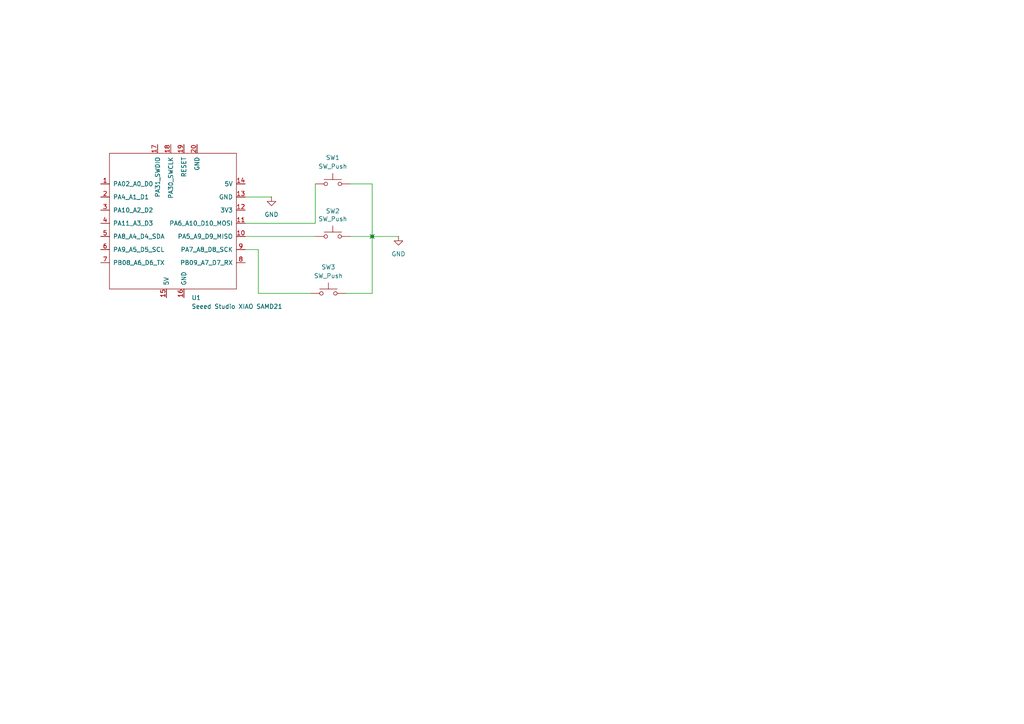
<source format=kicad_sch>
(kicad_sch (version 20231120) (generator "eeschema") (generator_version "8.0")
  (paper "A4")
  (title_block (title "HackPad") (date "2024-10-06") (rev "none") (company "Hack Club"))
  (lib_symbols
    (symbol "Seeed_Studio_XIAO_Series:Seeed Studio XIAO SAMD21" (pin_names (offset 1.016))
      (property "Reference" "U" (at -19.05 22.86 0))
      (property "Value" "Seeed Studio XIAO SAMD21" (at -12.7 21.59 0))
      (symbol "Seeed Studio XIAO SAMD21_0_1"
        (rectangle (start -19.05 20.32) (end 17.78 -19.05))
      )
      (symbol "Seeed Studio XIAO SAMD21_1_1"
        (pin unspecified line (at -21.59 11.43 0) (length 2.54) (name "PA02_A0_D0") (number "1"))
        (pin unspecified line (at 20.32 -3.81 180) (length 2.54) (name "PA5_A9_D9_MISO") (number "10"))
        (pin unspecified line (at 20.32 0 180) (length 2.54) (name "PA6_A10_D10_MOSI") (number "11"))
        (pin unspecified line (at 20.32 3.81 180) (length 2.54) (name "3V3") (number "12"))
        (pin unspecified line (at 20.32 7.62 180) (length 2.54) (name "GND") (number "13"))
        (pin unspecified line (at 20.32 11.43 180) (length 2.54) (name "5V") (number "14"))
        (pin input line (at -2.54 -21.59 90) (length 2.54) (name "5V") (number "15"))
        (pin input line (at 2.54 -21.59 90) (length 2.54) (name "GND") (number "16"))
        (pin input line (at -5.08 22.86 270) (length 2.54) (name "PA31_SWDIO") (number "17"))
        (pin input line (at -1.27 22.86 270) (length 2.54) (name "PA30_SWCLK") (number "18"))
        (pin input line (at 2.54 22.86 270) (length 2.54) (name "RESET") (number "19"))
        (pin unspecified line (at -21.59 7.62 0) (length 2.54) (name "PA4_A1_D1") (number "2"))
        (pin input line (at 6.35 22.86 270) (length 2.54) (name "GND") (number "20"))
        (pin unspecified line (at -21.59 3.81 0) (length 2.54) (name "PA10_A2_D2") (number "3"))
        (pin unspecified line (at -21.59 0 0) (length 2.54) (name "PA11_A3_D3") (number "4"))
        (pin unspecified line (at -21.59 -3.81 0) (length 2.54) (name "PA8_A4_D4_SDA") (number "5"))
        (pin unspecified line (at -21.59 -7.62 0) (length 2.54) (name "PA9_A5_D5_SCL") (number "6"))
        (pin unspecified line (at -21.59 -11.43 0) (length 2.54) (name "PB08_A6_D6_TX") (number "7"))
        (pin unspecified line (at 20.32 -11.43 180) (length 2.54) (name "PB09_A7_D7_RX") (number "8"))
        (pin unspecified line (at 20.32 -7.62 180) (length 2.54) (name "PA7_A8_D8_SCK") (number "9"))
      )
    )
    (symbol "Switch:SW_Push" (pin_numbers hide) (pin_names (offset 1.016) hide)
      (property "Reference" "SW" (at 1.27 2.54 0))
      (property "Value" "SW_Push" (at 0 -1.524 0))
      (symbol "SW_Push_0_1"
        (circle (center -2.032 0) (radius 0.508))
        (polyline (pts (xy 0 1.27) (xy 0 3.048)))
        (polyline (pts (xy 2.54 1.27) (xy -2.54 1.27)))
        (circle (center 2.032 0) (radius 0.508))
        (pin passive line (at -5.08 0 0) (length 2.54) (name "1") (number "1"))
        (pin passive line (at 5.08 0 180) (length 2.54) (name "2") (number "2"))
      )
    )
    (symbol "power:GND" (power) (pin_numbers hide) (pin_names (offset 0) hide)
      (property "Value" "GND" (at 0 -3.81 0))
      (symbol "GND_0_1"
        (polyline (pts (xy 0 0) (xy 0 -1.27) (xy 1.27 -1.27) (xy 0 -2.54) (xy -1.27 -1.27) (xy 0 -1.27)))
      )
      (symbol "GND_1_1"
        (pin power_in line (at 0 0 270) (length 0) (name "~") (number "1"))
      )
    )
  )
  (junction (at 107.95 68.58))
  (no_connect (at 107.95 68.58))
  (wire (pts (xy 107.95 53.34) (xy 101.6 53.34)))
  (wire (pts (xy 107.95 85.09) (xy 107.95 68.58)))
  (wire (pts (xy 71.12 72.39) (xy 74.93 72.39)))
  (wire (pts (xy 100.33 85.09) (xy 107.95 85.09)))
  (wire (pts (xy 90.17 85.09) (xy 74.93 85.09)))
  (wire (pts (xy 107.95 68.58) (xy 115.57 68.58)))
  (wire (pts (xy 71.12 68.58) (xy 91.44 68.58)))
  (wire (pts (xy 71.12 57.15) (xy 78.74 57.15)))
  (wire (pts (xy 101.6 68.58) (xy 107.95 68.58)))
  (wire (pts (xy 91.44 64.77) (xy 91.44 53.34)))
  (wire (pts (xy 107.95 68.58) (xy 107.95 53.34)))
  (wire (pts (xy 71.12 64.77) (xy 91.44 64.77)))
  (wire (pts (xy 74.93 85.09) (xy 74.93 72.39)))
  (symbol (lib_id "Seeed_Studio_XIAO_Series:Seeed Studio XIAO SAMD21") (at 50.8 64.77 0) (unit 1)
    (property "Reference" "U1" (at 55.5341 86.36 0) (effects (justify left)))
    (property "Value" "Seeed Studio XIAO SAMD21" (at 55.5341 88.9 0) (effects (justify left)))
    (property "Footprint" "Seeed Studio XIAO Series Library:XIAO-Generic-Thruhole-14P-2.54-21X17.8MM" (effects (hide yes)))
  )
  (symbol (lib_id "power:GND") (at 115.57 68.58 0) (unit 1)
    (property "Reference" "#PWR01" (effects (hide yes)))
    (property "Value" "GND" (at 115.57 73.66 0))
    (property "Description" "Power symbol creates a global label with name \"GND\" , ground" (effects (hide yes)))
  )
  (symbol (lib_id "Switch:SW_Push") (at 96.52 53.34 0) (unit 1)
    (property "Reference" "SW1" (at 96.52 45.72 0))
    (property "Value" "SW_Push" (at 96.52 48.26 0))
    (property "Footprint" "Button_Switch_Keyboard:SW_Cherry_MX_1.00u_PCB" (effects (hide yes)))
    (property "Description" "Push button switch, generic, two pins" (effects (hide yes)))
  )
  (symbol (lib_id "Switch:SW_Push") (at 95.25 85.09 0) (unit 1)
    (property "Reference" "SW3" (at 95.25 77.47 0))
    (property "Value" "SW_Push" (at 95.25 80.01 0))
    (property "Footprint" "Button_Switch_Keyboard:SW_Cherry_MX_1.00u_PCB" (effects (hide yes)))
    (property "Description" "Push button switch, generic, two pins" (effects (hide yes)))
  )
  (symbol (lib_id "Switch:SW_Push") (at 96.52 68.58 0) (unit 1)
    (property "Reference" "SW2" (at 96.52 61.214 0))
    (property "Value" "SW_Push" (at 96.52 63.5 0))
    (property "Footprint" "Button_Switch_Keyboard:SW_Cherry_MX_1.00u_PCB" (effects (hide yes)))
    (property "Description" "Push button switch, generic, two pins" (effects (hide yes)))
  )
  (symbol (lib_id "power:GND") (at 78.74 57.15 0) (unit 1)
    (property "Reference" "#PWR02" (effects (hide yes)))
    (property "Value" "GND" (at 78.74 62.23 0))
    (property "Description" "Power symbol creates a global label with name \"GND\" , ground" (effects (hide yes)))
  )
)
</source>
